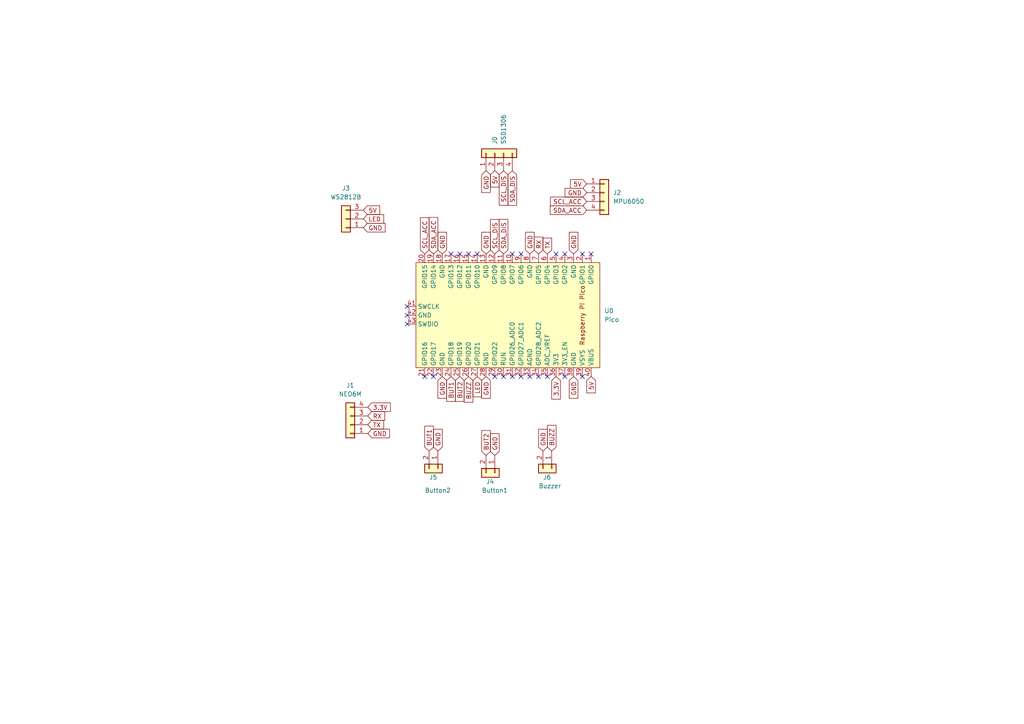
<source format=kicad_sch>
(kicad_sch (version 20211123) (generator eeschema)

  (uuid 2df5e3a8-3f37-4c43-9a8b-ec3aab757306)

  (paper "A4")

  (lib_symbols
    (symbol "Connector_Generic:Conn_01x02" (pin_names (offset 1.016) hide) (in_bom yes) (on_board yes)
      (property "Reference" "J" (id 0) (at 0 2.54 0)
        (effects (font (size 1.27 1.27)))
      )
      (property "Value" "Conn_01x02" (id 1) (at 0 -5.08 0)
        (effects (font (size 1.27 1.27)))
      )
      (property "Footprint" "" (id 2) (at 0 0 0)
        (effects (font (size 1.27 1.27)) hide)
      )
      (property "Datasheet" "~" (id 3) (at 0 0 0)
        (effects (font (size 1.27 1.27)) hide)
      )
      (property "ki_keywords" "connector" (id 4) (at 0 0 0)
        (effects (font (size 1.27 1.27)) hide)
      )
      (property "ki_description" "Generic connector, single row, 01x02, script generated (kicad-library-utils/schlib/autogen/connector/)" (id 5) (at 0 0 0)
        (effects (font (size 1.27 1.27)) hide)
      )
      (property "ki_fp_filters" "Connector*:*_1x??_*" (id 6) (at 0 0 0)
        (effects (font (size 1.27 1.27)) hide)
      )
      (symbol "Conn_01x02_1_1"
        (rectangle (start -1.27 -2.413) (end 0 -2.667)
          (stroke (width 0.1524) (type default) (color 0 0 0 0))
          (fill (type none))
        )
        (rectangle (start -1.27 0.127) (end 0 -0.127)
          (stroke (width 0.1524) (type default) (color 0 0 0 0))
          (fill (type none))
        )
        (rectangle (start -1.27 1.27) (end 1.27 -3.81)
          (stroke (width 0.254) (type default) (color 0 0 0 0))
          (fill (type background))
        )
        (pin passive line (at -5.08 0 0) (length 3.81)
          (name "Pin_1" (effects (font (size 1.27 1.27))))
          (number "1" (effects (font (size 1.27 1.27))))
        )
        (pin passive line (at -5.08 -2.54 0) (length 3.81)
          (name "Pin_2" (effects (font (size 1.27 1.27))))
          (number "2" (effects (font (size 1.27 1.27))))
        )
      )
    )
    (symbol "Connector_Generic:Conn_01x03" (pin_names (offset 1.016) hide) (in_bom yes) (on_board yes)
      (property "Reference" "J" (id 0) (at 0 5.08 0)
        (effects (font (size 1.27 1.27)))
      )
      (property "Value" "Conn_01x03" (id 1) (at 0 -5.08 0)
        (effects (font (size 1.27 1.27)))
      )
      (property "Footprint" "" (id 2) (at 0 0 0)
        (effects (font (size 1.27 1.27)) hide)
      )
      (property "Datasheet" "~" (id 3) (at 0 0 0)
        (effects (font (size 1.27 1.27)) hide)
      )
      (property "ki_keywords" "connector" (id 4) (at 0 0 0)
        (effects (font (size 1.27 1.27)) hide)
      )
      (property "ki_description" "Generic connector, single row, 01x03, script generated (kicad-library-utils/schlib/autogen/connector/)" (id 5) (at 0 0 0)
        (effects (font (size 1.27 1.27)) hide)
      )
      (property "ki_fp_filters" "Connector*:*_1x??_*" (id 6) (at 0 0 0)
        (effects (font (size 1.27 1.27)) hide)
      )
      (symbol "Conn_01x03_1_1"
        (rectangle (start -1.27 -2.413) (end 0 -2.667)
          (stroke (width 0.1524) (type default) (color 0 0 0 0))
          (fill (type none))
        )
        (rectangle (start -1.27 0.127) (end 0 -0.127)
          (stroke (width 0.1524) (type default) (color 0 0 0 0))
          (fill (type none))
        )
        (rectangle (start -1.27 2.667) (end 0 2.413)
          (stroke (width 0.1524) (type default) (color 0 0 0 0))
          (fill (type none))
        )
        (rectangle (start -1.27 3.81) (end 1.27 -3.81)
          (stroke (width 0.254) (type default) (color 0 0 0 0))
          (fill (type background))
        )
        (pin passive line (at -5.08 2.54 0) (length 3.81)
          (name "Pin_1" (effects (font (size 1.27 1.27))))
          (number "1" (effects (font (size 1.27 1.27))))
        )
        (pin passive line (at -5.08 0 0) (length 3.81)
          (name "Pin_2" (effects (font (size 1.27 1.27))))
          (number "2" (effects (font (size 1.27 1.27))))
        )
        (pin passive line (at -5.08 -2.54 0) (length 3.81)
          (name "Pin_3" (effects (font (size 1.27 1.27))))
          (number "3" (effects (font (size 1.27 1.27))))
        )
      )
    )
    (symbol "Connector_Generic:Conn_01x04" (pin_names (offset 1.016) hide) (in_bom yes) (on_board yes)
      (property "Reference" "J" (id 0) (at 0 5.08 0)
        (effects (font (size 1.27 1.27)))
      )
      (property "Value" "Conn_01x04" (id 1) (at 0 -7.62 0)
        (effects (font (size 1.27 1.27)))
      )
      (property "Footprint" "" (id 2) (at 0 0 0)
        (effects (font (size 1.27 1.27)) hide)
      )
      (property "Datasheet" "~" (id 3) (at 0 0 0)
        (effects (font (size 1.27 1.27)) hide)
      )
      (property "ki_keywords" "connector" (id 4) (at 0 0 0)
        (effects (font (size 1.27 1.27)) hide)
      )
      (property "ki_description" "Generic connector, single row, 01x04, script generated (kicad-library-utils/schlib/autogen/connector/)" (id 5) (at 0 0 0)
        (effects (font (size 1.27 1.27)) hide)
      )
      (property "ki_fp_filters" "Connector*:*_1x??_*" (id 6) (at 0 0 0)
        (effects (font (size 1.27 1.27)) hide)
      )
      (symbol "Conn_01x04_1_1"
        (rectangle (start -1.27 -4.953) (end 0 -5.207)
          (stroke (width 0.1524) (type default) (color 0 0 0 0))
          (fill (type none))
        )
        (rectangle (start -1.27 -2.413) (end 0 -2.667)
          (stroke (width 0.1524) (type default) (color 0 0 0 0))
          (fill (type none))
        )
        (rectangle (start -1.27 0.127) (end 0 -0.127)
          (stroke (width 0.1524) (type default) (color 0 0 0 0))
          (fill (type none))
        )
        (rectangle (start -1.27 2.667) (end 0 2.413)
          (stroke (width 0.1524) (type default) (color 0 0 0 0))
          (fill (type none))
        )
        (rectangle (start -1.27 3.81) (end 1.27 -6.35)
          (stroke (width 0.254) (type default) (color 0 0 0 0))
          (fill (type background))
        )
        (pin passive line (at -5.08 2.54 0) (length 3.81)
          (name "Pin_1" (effects (font (size 1.27 1.27))))
          (number "1" (effects (font (size 1.27 1.27))))
        )
        (pin passive line (at -5.08 0 0) (length 3.81)
          (name "Pin_2" (effects (font (size 1.27 1.27))))
          (number "2" (effects (font (size 1.27 1.27))))
        )
        (pin passive line (at -5.08 -2.54 0) (length 3.81)
          (name "Pin_3" (effects (font (size 1.27 1.27))))
          (number "3" (effects (font (size 1.27 1.27))))
        )
        (pin passive line (at -5.08 -5.08 0) (length 3.81)
          (name "Pin_4" (effects (font (size 1.27 1.27))))
          (number "4" (effects (font (size 1.27 1.27))))
        )
      )
    )
    (symbol "MCU_RaspberryPi_and_Boards:Pico" (in_bom yes) (on_board yes)
      (property "Reference" "U" (id 0) (at -13.97 27.94 0)
        (effects (font (size 1.27 1.27)))
      )
      (property "Value" "Pico" (id 1) (at 0 19.05 0)
        (effects (font (size 1.27 1.27)))
      )
      (property "Footprint" "RPi_Pico:RPi_Pico_SMD_TH" (id 2) (at 0 0 90)
        (effects (font (size 1.27 1.27)) hide)
      )
      (property "Datasheet" "" (id 3) (at 0 0 0)
        (effects (font (size 1.27 1.27)) hide)
      )
      (symbol "Pico_0_0"
        (text "Raspberry Pi Pico" (at 0 21.59 0)
          (effects (font (size 1.27 1.27)))
        )
      )
      (symbol "Pico_0_1"
        (rectangle (start -15.24 26.67) (end 15.24 -26.67)
          (stroke (width 0) (type default) (color 0 0 0 0))
          (fill (type background))
        )
      )
      (symbol "Pico_1_1"
        (pin bidirectional line (at -17.78 24.13 0) (length 2.54)
          (name "GPIO0" (effects (font (size 1.27 1.27))))
          (number "1" (effects (font (size 1.27 1.27))))
        )
        (pin bidirectional line (at -17.78 1.27 0) (length 2.54)
          (name "GPIO7" (effects (font (size 1.27 1.27))))
          (number "10" (effects (font (size 1.27 1.27))))
        )
        (pin bidirectional line (at -17.78 -1.27 0) (length 2.54)
          (name "GPIO8" (effects (font (size 1.27 1.27))))
          (number "11" (effects (font (size 1.27 1.27))))
        )
        (pin bidirectional line (at -17.78 -3.81 0) (length 2.54)
          (name "GPIO9" (effects (font (size 1.27 1.27))))
          (number "12" (effects (font (size 1.27 1.27))))
        )
        (pin power_in line (at -17.78 -6.35 0) (length 2.54)
          (name "GND" (effects (font (size 1.27 1.27))))
          (number "13" (effects (font (size 1.27 1.27))))
        )
        (pin bidirectional line (at -17.78 -8.89 0) (length 2.54)
          (name "GPIO10" (effects (font (size 1.27 1.27))))
          (number "14" (effects (font (size 1.27 1.27))))
        )
        (pin bidirectional line (at -17.78 -11.43 0) (length 2.54)
          (name "GPIO11" (effects (font (size 1.27 1.27))))
          (number "15" (effects (font (size 1.27 1.27))))
        )
        (pin bidirectional line (at -17.78 -13.97 0) (length 2.54)
          (name "GPIO12" (effects (font (size 1.27 1.27))))
          (number "16" (effects (font (size 1.27 1.27))))
        )
        (pin bidirectional line (at -17.78 -16.51 0) (length 2.54)
          (name "GPIO13" (effects (font (size 1.27 1.27))))
          (number "17" (effects (font (size 1.27 1.27))))
        )
        (pin power_in line (at -17.78 -19.05 0) (length 2.54)
          (name "GND" (effects (font (size 1.27 1.27))))
          (number "18" (effects (font (size 1.27 1.27))))
        )
        (pin bidirectional line (at -17.78 -21.59 0) (length 2.54)
          (name "GPIO14" (effects (font (size 1.27 1.27))))
          (number "19" (effects (font (size 1.27 1.27))))
        )
        (pin bidirectional line (at -17.78 21.59 0) (length 2.54)
          (name "GPIO1" (effects (font (size 1.27 1.27))))
          (number "2" (effects (font (size 1.27 1.27))))
        )
        (pin bidirectional line (at -17.78 -24.13 0) (length 2.54)
          (name "GPIO15" (effects (font (size 1.27 1.27))))
          (number "20" (effects (font (size 1.27 1.27))))
        )
        (pin bidirectional line (at 17.78 -24.13 180) (length 2.54)
          (name "GPIO16" (effects (font (size 1.27 1.27))))
          (number "21" (effects (font (size 1.27 1.27))))
        )
        (pin bidirectional line (at 17.78 -21.59 180) (length 2.54)
          (name "GPIO17" (effects (font (size 1.27 1.27))))
          (number "22" (effects (font (size 1.27 1.27))))
        )
        (pin power_in line (at 17.78 -19.05 180) (length 2.54)
          (name "GND" (effects (font (size 1.27 1.27))))
          (number "23" (effects (font (size 1.27 1.27))))
        )
        (pin bidirectional line (at 17.78 -16.51 180) (length 2.54)
          (name "GPIO18" (effects (font (size 1.27 1.27))))
          (number "24" (effects (font (size 1.27 1.27))))
        )
        (pin bidirectional line (at 17.78 -13.97 180) (length 2.54)
          (name "GPIO19" (effects (font (size 1.27 1.27))))
          (number "25" (effects (font (size 1.27 1.27))))
        )
        (pin bidirectional line (at 17.78 -11.43 180) (length 2.54)
          (name "GPIO20" (effects (font (size 1.27 1.27))))
          (number "26" (effects (font (size 1.27 1.27))))
        )
        (pin bidirectional line (at 17.78 -8.89 180) (length 2.54)
          (name "GPIO21" (effects (font (size 1.27 1.27))))
          (number "27" (effects (font (size 1.27 1.27))))
        )
        (pin power_in line (at 17.78 -6.35 180) (length 2.54)
          (name "GND" (effects (font (size 1.27 1.27))))
          (number "28" (effects (font (size 1.27 1.27))))
        )
        (pin bidirectional line (at 17.78 -3.81 180) (length 2.54)
          (name "GPIO22" (effects (font (size 1.27 1.27))))
          (number "29" (effects (font (size 1.27 1.27))))
        )
        (pin power_in line (at -17.78 19.05 0) (length 2.54)
          (name "GND" (effects (font (size 1.27 1.27))))
          (number "3" (effects (font (size 1.27 1.27))))
        )
        (pin input line (at 17.78 -1.27 180) (length 2.54)
          (name "RUN" (effects (font (size 1.27 1.27))))
          (number "30" (effects (font (size 1.27 1.27))))
        )
        (pin bidirectional line (at 17.78 1.27 180) (length 2.54)
          (name "GPIO26_ADC0" (effects (font (size 1.27 1.27))))
          (number "31" (effects (font (size 1.27 1.27))))
        )
        (pin bidirectional line (at 17.78 3.81 180) (length 2.54)
          (name "GPIO27_ADC1" (effects (font (size 1.27 1.27))))
          (number "32" (effects (font (size 1.27 1.27))))
        )
        (pin power_in line (at 17.78 6.35 180) (length 2.54)
          (name "AGND" (effects (font (size 1.27 1.27))))
          (number "33" (effects (font (size 1.27 1.27))))
        )
        (pin bidirectional line (at 17.78 8.89 180) (length 2.54)
          (name "GPIO28_ADC2" (effects (font (size 1.27 1.27))))
          (number "34" (effects (font (size 1.27 1.27))))
        )
        (pin power_in line (at 17.78 11.43 180) (length 2.54)
          (name "ADC_VREF" (effects (font (size 1.27 1.27))))
          (number "35" (effects (font (size 1.27 1.27))))
        )
        (pin power_in line (at 17.78 13.97 180) (length 2.54)
          (name "3V3" (effects (font (size 1.27 1.27))))
          (number "36" (effects (font (size 1.27 1.27))))
        )
        (pin input line (at 17.78 16.51 180) (length 2.54)
          (name "3V3_EN" (effects (font (size 1.27 1.27))))
          (number "37" (effects (font (size 1.27 1.27))))
        )
        (pin bidirectional line (at 17.78 19.05 180) (length 2.54)
          (name "GND" (effects (font (size 1.27 1.27))))
          (number "38" (effects (font (size 1.27 1.27))))
        )
        (pin power_in line (at 17.78 21.59 180) (length 2.54)
          (name "VSYS" (effects (font (size 1.27 1.27))))
          (number "39" (effects (font (size 1.27 1.27))))
        )
        (pin bidirectional line (at -17.78 16.51 0) (length 2.54)
          (name "GPIO2" (effects (font (size 1.27 1.27))))
          (number "4" (effects (font (size 1.27 1.27))))
        )
        (pin power_in line (at 17.78 24.13 180) (length 2.54)
          (name "VBUS" (effects (font (size 1.27 1.27))))
          (number "40" (effects (font (size 1.27 1.27))))
        )
        (pin input line (at -2.54 -29.21 90) (length 2.54)
          (name "SWCLK" (effects (font (size 1.27 1.27))))
          (number "41" (effects (font (size 1.27 1.27))))
        )
        (pin power_in line (at 0 -29.21 90) (length 2.54)
          (name "GND" (effects (font (size 1.27 1.27))))
          (number "42" (effects (font (size 1.27 1.27))))
        )
        (pin bidirectional line (at 2.54 -29.21 90) (length 2.54)
          (name "SWDIO" (effects (font (size 1.27 1.27))))
          (number "43" (effects (font (size 1.27 1.27))))
        )
        (pin bidirectional line (at -17.78 13.97 0) (length 2.54)
          (name "GPIO3" (effects (font (size 1.27 1.27))))
          (number "5" (effects (font (size 1.27 1.27))))
        )
        (pin bidirectional line (at -17.78 11.43 0) (length 2.54)
          (name "GPIO4" (effects (font (size 1.27 1.27))))
          (number "6" (effects (font (size 1.27 1.27))))
        )
        (pin bidirectional line (at -17.78 8.89 0) (length 2.54)
          (name "GPIO5" (effects (font (size 1.27 1.27))))
          (number "7" (effects (font (size 1.27 1.27))))
        )
        (pin power_in line (at -17.78 6.35 0) (length 2.54)
          (name "GND" (effects (font (size 1.27 1.27))))
          (number "8" (effects (font (size 1.27 1.27))))
        )
        (pin bidirectional line (at -17.78 3.81 0) (length 2.54)
          (name "GPIO6" (effects (font (size 1.27 1.27))))
          (number "9" (effects (font (size 1.27 1.27))))
        )
      )
    )
  )



  (no_connect (at 138.43 73.66) (uuid 1d190d12-1147-4554-a583-d9f408185b53))
  (no_connect (at 156.21 109.22) (uuid 1dfd635f-d557-4896-9742-0c217073a94a))
  (no_connect (at 130.81 73.66) (uuid 24ef9f25-564e-468b-908a-6a3197d3e287))
  (no_connect (at 158.75 109.22) (uuid 275b03c5-bd45-4078-a831-8c055a8f33fb))
  (no_connect (at 146.05 109.22) (uuid 36ab1e0a-45e8-438e-a0ad-bcf9e6cce5b7))
  (no_connect (at 133.35 73.66) (uuid 3c5cb6b2-7b61-44c4-ae12-cbb4de6174da))
  (no_connect (at 118.11 88.9) (uuid 3f836cb1-3100-4267-9039-ea07b8f12d50))
  (no_connect (at 163.83 109.22) (uuid 4ed23711-2e59-4e47-8c71-8619b49b4e62))
  (no_connect (at 153.67 109.22) (uuid 5abd7dce-f36b-4b1b-92d7-8f039ca76ef0))
  (no_connect (at 151.13 109.22) (uuid 5f2b6c9a-0aff-4be9-9884-5bd5cdbbe966))
  (no_connect (at 118.11 93.98) (uuid 632cbea9-eddb-46eb-abc6-851c000c3a9e))
  (no_connect (at 135.89 73.66) (uuid 75597775-a451-483f-8456-945883adb842))
  (no_connect (at 118.11 91.44) (uuid 78dbf29e-bb33-422c-af2b-f85b73b428c2))
  (no_connect (at 148.59 73.66) (uuid 7a70081c-8cc5-46d1-ab52-23c02335724d))
  (no_connect (at 125.73 109.22) (uuid 89a9884e-2101-4fcd-81dd-2d479565c75e))
  (no_connect (at 161.29 73.66) (uuid 9808ae7d-2172-49aa-881b-14a0ad356c96))
  (no_connect (at 168.91 109.22) (uuid a55c912e-52b7-4cc1-b670-89fdef3d204a))
  (no_connect (at 143.51 109.22) (uuid a7b757fb-45be-4d23-aaa9-eec095393716))
  (no_connect (at 148.59 109.22) (uuid b9fa5360-875f-4991-847f-1f50313236a2))
  (no_connect (at 171.45 73.66) (uuid caab385c-8e48-4a2c-a34f-1a4ee42ba87a))
  (no_connect (at 168.91 73.66) (uuid d0b3df39-4585-4b3b-b96a-4241086f67d7))
  (no_connect (at 123.19 109.22) (uuid dc992d28-b957-4a61-9476-657226c979ac))
  (no_connect (at 151.13 73.66) (uuid f31e7115-0e0e-4530-af7a-8498bd6ceccd))
  (no_connect (at 163.83 73.66) (uuid f9a9bfb5-be3e-40b8-96ed-cd1941849455))

  (global_label "GND" (shape input) (at 143.51 132.08 90) (fields_autoplaced)
    (effects (font (size 1.27 1.27)) (justify left))
    (uuid 01860a7e-778f-4c13-9fc4-1f0ec30cafea)
    (property "Intersheet References" "${INTERSHEET_REFS}" (id 0) (at 143.5894 125.7964 90)
      (effects (font (size 1.27 1.27)) (justify left) hide)
    )
  )
  (global_label "GND" (shape input) (at 170.18 55.88 180) (fields_autoplaced)
    (effects (font (size 1.27 1.27)) (justify right))
    (uuid 067313da-29ec-4c0a-96a9-c9a5147b540a)
    (property "Intersheet References" "${INTERSHEET_REFS}" (id 0) (at 163.8964 55.8006 0)
      (effects (font (size 1.27 1.27)) (justify right) hide)
    )
  )
  (global_label "GND" (shape input) (at 140.97 73.66 90) (fields_autoplaced)
    (effects (font (size 1.27 1.27)) (justify left))
    (uuid 07d7303d-7591-427b-aee1-0922d1c61fc7)
    (property "Intersheet References" "${INTERSHEET_REFS}" (id 0) (at 141.0494 67.3764 90)
      (effects (font (size 1.27 1.27)) (justify left) hide)
    )
  )
  (global_label "GND" (shape input) (at 128.27 73.66 90) (fields_autoplaced)
    (effects (font (size 1.27 1.27)) (justify left))
    (uuid 0884cfaf-1a57-4d34-964b-491d6023af43)
    (property "Intersheet References" "${INTERSHEET_REFS}" (id 0) (at 128.3494 67.3764 90)
      (effects (font (size 1.27 1.27)) (justify left) hide)
    )
  )
  (global_label "GND" (shape input) (at 105.41 66.04 0) (fields_autoplaced)
    (effects (font (size 1.27 1.27)) (justify left))
    (uuid 15f461e0-180a-4783-a5cf-671e4ac5bab7)
    (property "Intersheet References" "${INTERSHEET_REFS}" (id 0) (at 111.6936 66.1194 0)
      (effects (font (size 1.27 1.27)) (justify left) hide)
    )
  )
  (global_label "5V" (shape input) (at 105.41 60.96 0) (fields_autoplaced)
    (effects (font (size 1.27 1.27)) (justify left))
    (uuid 3c0b06a3-0167-4c69-b3a9-09be60d0b63c)
    (property "Intersheet References" "${INTERSHEET_REFS}" (id 0) (at 110.1212 60.8806 0)
      (effects (font (size 1.27 1.27)) (justify left) hide)
    )
  )
  (global_label "RX" (shape input) (at 106.68 120.65 0) (fields_autoplaced)
    (effects (font (size 1.27 1.27)) (justify left))
    (uuid 3ff56c4a-4961-42df-9ebf-3c510daf9983)
    (property "Intersheet References" "${INTERSHEET_REFS}" (id 0) (at 111.5726 120.5706 0)
      (effects (font (size 1.27 1.27)) (justify left) hide)
    )
  )
  (global_label "SDA_DIS" (shape input) (at 148.59 49.53 270) (fields_autoplaced)
    (effects (font (size 1.27 1.27)) (justify right))
    (uuid 46ca3438-26b3-41ab-9bfa-330eae9c1757)
    (property "Intersheet References" "${INTERSHEET_REFS}" (id 0) (at 148.6694 59.5631 90)
      (effects (font (size 1.27 1.27)) (justify right) hide)
    )
  )
  (global_label "GND" (shape input) (at 127 130.81 90) (fields_autoplaced)
    (effects (font (size 1.27 1.27)) (justify left))
    (uuid 4a1f58df-a4b0-4bb6-86e3-34f40f0f2ed5)
    (property "Intersheet References" "${INTERSHEET_REFS}" (id 0) (at 127.0794 124.5264 90)
      (effects (font (size 1.27 1.27)) (justify left) hide)
    )
  )
  (global_label "GND" (shape input) (at 140.97 109.22 270) (fields_autoplaced)
    (effects (font (size 1.27 1.27)) (justify right))
    (uuid 4fa8c838-7dd1-403b-8a25-df509f01d1ca)
    (property "Intersheet References" "${INTERSHEET_REFS}" (id 0) (at 140.8906 115.5036 90)
      (effects (font (size 1.27 1.27)) (justify right) hide)
    )
  )
  (global_label "TX" (shape input) (at 158.75 73.66 90) (fields_autoplaced)
    (effects (font (size 1.27 1.27)) (justify left))
    (uuid 570e3daf-7aac-49e2-92b5-851a0307a29a)
    (property "Intersheet References" "${INTERSHEET_REFS}" (id 0) (at 158.6706 69.0698 90)
      (effects (font (size 1.27 1.27)) (justify left) hide)
    )
  )
  (global_label "5V" (shape input) (at 171.45 109.22 270) (fields_autoplaced)
    (effects (font (size 1.27 1.27)) (justify right))
    (uuid 5c68ced0-5ab0-4f11-8f92-6fe61c4ae1b4)
    (property "Intersheet References" "${INTERSHEET_REFS}" (id 0) (at 171.5294 113.9312 90)
      (effects (font (size 1.27 1.27)) (justify right) hide)
    )
  )
  (global_label "GND" (shape input) (at 157.48 130.81 90) (fields_autoplaced)
    (effects (font (size 1.27 1.27)) (justify left))
    (uuid 5ccc7e33-c6aa-4963-b5f3-9885b6463047)
    (property "Intersheet References" "${INTERSHEET_REFS}" (id 0) (at 157.5594 124.5264 90)
      (effects (font (size 1.27 1.27)) (justify left) hide)
    )
  )
  (global_label "RX" (shape input) (at 156.21 73.66 90) (fields_autoplaced)
    (effects (font (size 1.27 1.27)) (justify left))
    (uuid 5dfab0d8-5175-47d2-a60f-de8c72af5ecb)
    (property "Intersheet References" "${INTERSHEET_REFS}" (id 0) (at 156.1306 68.7674 90)
      (effects (font (size 1.27 1.27)) (justify left) hide)
    )
  )
  (global_label "TX" (shape input) (at 106.68 123.19 0) (fields_autoplaced)
    (effects (font (size 1.27 1.27)) (justify left))
    (uuid 64904793-d60c-45f4-9d66-fee18a635cf0)
    (property "Intersheet References" "${INTERSHEET_REFS}" (id 0) (at 111.2702 123.1106 0)
      (effects (font (size 1.27 1.27)) (justify left) hide)
    )
  )
  (global_label "BUT2" (shape input) (at 140.97 132.08 90) (fields_autoplaced)
    (effects (font (size 1.27 1.27)) (justify left))
    (uuid 661b4d38-50be-498a-a0d8-e2e782a5bb78)
    (property "Intersheet References" "${INTERSHEET_REFS}" (id 0) (at 140.8906 124.8893 90)
      (effects (font (size 1.27 1.27)) (justify left) hide)
    )
  )
  (global_label "GND" (shape input) (at 128.27 109.22 270) (fields_autoplaced)
    (effects (font (size 1.27 1.27)) (justify right))
    (uuid 6a0227f0-f4e8-4d80-8785-2eb7a6eaa08f)
    (property "Intersheet References" "${INTERSHEET_REFS}" (id 0) (at 128.1906 115.5036 90)
      (effects (font (size 1.27 1.27)) (justify right) hide)
    )
  )
  (global_label "GND" (shape input) (at 166.37 109.22 270) (fields_autoplaced)
    (effects (font (size 1.27 1.27)) (justify right))
    (uuid 71ef3f2d-918a-4184-b097-6b44a102e395)
    (property "Intersheet References" "${INTERSHEET_REFS}" (id 0) (at 166.2906 115.5036 90)
      (effects (font (size 1.27 1.27)) (justify right) hide)
    )
  )
  (global_label "BUT1" (shape input) (at 130.81 109.22 270) (fields_autoplaced)
    (effects (font (size 1.27 1.27)) (justify right))
    (uuid 7517236f-e032-406c-b4eb-1d09c91ab922)
    (property "Intersheet References" "${INTERSHEET_REFS}" (id 0) (at 130.8894 116.4107 90)
      (effects (font (size 1.27 1.27)) (justify right) hide)
    )
  )
  (global_label "SCL_ACC" (shape input) (at 123.19 73.66 90) (fields_autoplaced)
    (effects (font (size 1.27 1.27)) (justify left))
    (uuid 7acfd270-2cc2-488b-b56e-7a611e5d0dc6)
    (property "Intersheet References" "${INTERSHEET_REFS}" (id 0) (at 123.2694 63.1431 90)
      (effects (font (size 1.27 1.27)) (justify left) hide)
    )
  )
  (global_label "5V" (shape input) (at 143.51 49.53 270) (fields_autoplaced)
    (effects (font (size 1.27 1.27)) (justify right))
    (uuid 7bcb0b88-906b-47dc-bfb5-6b0349c05307)
    (property "Intersheet References" "${INTERSHEET_REFS}" (id 0) (at 143.5894 54.2412 90)
      (effects (font (size 1.27 1.27)) (justify right) hide)
    )
  )
  (global_label "SCL_ACC" (shape input) (at 170.18 58.42 180) (fields_autoplaced)
    (effects (font (size 1.27 1.27)) (justify right))
    (uuid 7ce41996-4b4f-41bd-8413-089c48514998)
    (property "Intersheet References" "${INTERSHEET_REFS}" (id 0) (at 159.6631 58.3406 0)
      (effects (font (size 1.27 1.27)) (justify right) hide)
    )
  )
  (global_label "SDA_ACC" (shape input) (at 125.73 73.66 90) (fields_autoplaced)
    (effects (font (size 1.27 1.27)) (justify left))
    (uuid 7f22147c-9f46-404b-9b25-cc5d17654244)
    (property "Intersheet References" "${INTERSHEET_REFS}" (id 0) (at 125.8094 63.0826 90)
      (effects (font (size 1.27 1.27)) (justify left) hide)
    )
  )
  (global_label "LED" (shape input) (at 105.41 63.5 0) (fields_autoplaced)
    (effects (font (size 1.27 1.27)) (justify left))
    (uuid 7fbf61d3-afcf-4ab8-a6a1-4cb18d9ca072)
    (property "Intersheet References" "${INTERSHEET_REFS}" (id 0) (at 111.2702 63.4206 0)
      (effects (font (size 1.27 1.27)) (justify left) hide)
    )
  )
  (global_label "BUZZ" (shape input) (at 135.89 109.22 270) (fields_autoplaced)
    (effects (font (size 1.27 1.27)) (justify right))
    (uuid 80a2d28e-370b-46d2-8366-be620b594d33)
    (property "Intersheet References" "${INTERSHEET_REFS}" (id 0) (at 135.9694 116.6526 90)
      (effects (font (size 1.27 1.27)) (justify right) hide)
    )
  )
  (global_label "SCL_DIS" (shape input) (at 143.51 73.66 90) (fields_autoplaced)
    (effects (font (size 1.27 1.27)) (justify left))
    (uuid 88e0e9ba-c0f0-45bd-8bf6-a9844180b1df)
    (property "Intersheet References" "${INTERSHEET_REFS}" (id 0) (at 143.5894 63.6874 90)
      (effects (font (size 1.27 1.27)) (justify left) hide)
    )
  )
  (global_label "GND" (shape input) (at 153.67 73.66 90) (fields_autoplaced)
    (effects (font (size 1.27 1.27)) (justify left))
    (uuid 97568249-b0a5-4794-991b-10ed8165b3dc)
    (property "Intersheet References" "${INTERSHEET_REFS}" (id 0) (at 153.7494 67.3764 90)
      (effects (font (size 1.27 1.27)) (justify left) hide)
    )
  )
  (global_label "BUT2" (shape input) (at 133.35 109.22 270) (fields_autoplaced)
    (effects (font (size 1.27 1.27)) (justify right))
    (uuid a28fbd60-9a92-43d5-96e4-b69dc4c79996)
    (property "Intersheet References" "${INTERSHEET_REFS}" (id 0) (at 133.4294 116.4107 90)
      (effects (font (size 1.27 1.27)) (justify right) hide)
    )
  )
  (global_label "GND" (shape input) (at 166.37 73.66 90) (fields_autoplaced)
    (effects (font (size 1.27 1.27)) (justify left))
    (uuid ab6ff137-5254-43fe-820c-b01aa6d44080)
    (property "Intersheet References" "${INTERSHEET_REFS}" (id 0) (at 166.4494 67.3764 90)
      (effects (font (size 1.27 1.27)) (justify left) hide)
    )
  )
  (global_label "SDA_DIS" (shape input) (at 146.05 73.66 90) (fields_autoplaced)
    (effects (font (size 1.27 1.27)) (justify left))
    (uuid b1c9f2d6-5923-413b-9d68-483867cff974)
    (property "Intersheet References" "${INTERSHEET_REFS}" (id 0) (at 145.9706 63.6269 90)
      (effects (font (size 1.27 1.27)) (justify left) hide)
    )
  )
  (global_label "SCL_DIS" (shape input) (at 146.05 49.53 270) (fields_autoplaced)
    (effects (font (size 1.27 1.27)) (justify right))
    (uuid b6e2f7e7-e5f0-42c8-a76c-c8f74046407b)
    (property "Intersheet References" "${INTERSHEET_REFS}" (id 0) (at 145.9706 59.5026 90)
      (effects (font (size 1.27 1.27)) (justify right) hide)
    )
  )
  (global_label "GND" (shape input) (at 106.68 125.73 0) (fields_autoplaced)
    (effects (font (size 1.27 1.27)) (justify left))
    (uuid c2098e7e-b4b2-41c2-9c51-994bac6db238)
    (property "Intersheet References" "${INTERSHEET_REFS}" (id 0) (at 112.9636 125.8094 0)
      (effects (font (size 1.27 1.27)) (justify left) hide)
    )
  )
  (global_label "GND" (shape input) (at 140.97 49.53 270) (fields_autoplaced)
    (effects (font (size 1.27 1.27)) (justify right))
    (uuid ceddd755-107f-4583-903a-99a36e6fd462)
    (property "Intersheet References" "${INTERSHEET_REFS}" (id 0) (at 140.8906 55.8136 90)
      (effects (font (size 1.27 1.27)) (justify right) hide)
    )
  )
  (global_label "5V" (shape input) (at 170.18 53.34 180) (fields_autoplaced)
    (effects (font (size 1.27 1.27)) (justify right))
    (uuid db39a9d6-fde0-4005-be22-664575c5390d)
    (property "Intersheet References" "${INTERSHEET_REFS}" (id 0) (at 165.4688 53.4194 0)
      (effects (font (size 1.27 1.27)) (justify right) hide)
    )
  )
  (global_label "BUZZ" (shape input) (at 160.02 130.81 90) (fields_autoplaced)
    (effects (font (size 1.27 1.27)) (justify left))
    (uuid dfbb654d-a467-468a-b203-78dea4116fc0)
    (property "Intersheet References" "${INTERSHEET_REFS}" (id 0) (at 159.9406 123.3774 90)
      (effects (font (size 1.27 1.27)) (justify left) hide)
    )
  )
  (global_label "LED" (shape input) (at 138.43 109.22 270) (fields_autoplaced)
    (effects (font (size 1.27 1.27)) (justify right))
    (uuid e102d551-90e8-49f2-85f2-b0a95c4ce644)
    (property "Intersheet References" "${INTERSHEET_REFS}" (id 0) (at 138.5094 115.0802 90)
      (effects (font (size 1.27 1.27)) (justify right) hide)
    )
  )
  (global_label "BUT1" (shape input) (at 124.46 130.81 90) (fields_autoplaced)
    (effects (font (size 1.27 1.27)) (justify left))
    (uuid e4a3a3f3-2648-459b-b200-57a41072c901)
    (property "Intersheet References" "${INTERSHEET_REFS}" (id 0) (at 124.3806 123.6193 90)
      (effects (font (size 1.27 1.27)) (justify left) hide)
    )
  )
  (global_label "SDA_ACC" (shape input) (at 170.18 60.96 180) (fields_autoplaced)
    (effects (font (size 1.27 1.27)) (justify right))
    (uuid e913c0dd-67bb-4563-99de-1b559843b494)
    (property "Intersheet References" "${INTERSHEET_REFS}" (id 0) (at 159.6026 60.8806 0)
      (effects (font (size 1.27 1.27)) (justify right) hide)
    )
  )
  (global_label "3.3V" (shape input) (at 106.68 118.11 0) (fields_autoplaced)
    (effects (font (size 1.27 1.27)) (justify left))
    (uuid ea691b67-4fd7-4e53-b746-6b3534a12c1f)
    (property "Intersheet References" "${INTERSHEET_REFS}" (id 0) (at 113.2055 118.1894 0)
      (effects (font (size 1.27 1.27)) (justify left) hide)
    )
  )
  (global_label "3.3V" (shape input) (at 161.29 109.22 270) (fields_autoplaced)
    (effects (font (size 1.27 1.27)) (justify right))
    (uuid feddbaa2-bfe8-4408-9b3f-61a228ecb281)
    (property "Intersheet References" "${INTERSHEET_REFS}" (id 0) (at 161.2106 115.7455 90)
      (effects (font (size 1.27 1.27)) (justify right) hide)
    )
  )

  (symbol (lib_id "Connector_Generic:Conn_01x03") (at 100.33 63.5 180) (unit 1)
    (in_bom yes) (on_board yes) (fields_autoplaced)
    (uuid 389e09e6-ec8c-4e67-ba0e-6fc0e941e64a)
    (property "Reference" "J3" (id 0) (at 100.33 54.61 0))
    (property "Value" "WS2812B" (id 1) (at 100.33 57.15 0))
    (property "Footprint" "Connector_PinHeader_2.54mm:PinHeader_1x03_P2.54mm_Vertical" (id 2) (at 100.33 63.5 0)
      (effects (font (size 1.27 1.27)) hide)
    )
    (property "Datasheet" "~" (id 3) (at 100.33 63.5 0)
      (effects (font (size 1.27 1.27)) hide)
    )
    (pin "1" (uuid 767f2e9b-2bb4-4e34-aab0-337ad7af7dc9))
    (pin "2" (uuid f7c6abce-8052-4a80-9243-5cf793bbc773))
    (pin "3" (uuid 60d5c8f5-dbe1-4787-8d23-239c0b0f2e2f))
  )

  (symbol (lib_id "Connector_Generic:Conn_01x02") (at 143.51 137.16 270) (unit 1)
    (in_bom yes) (on_board yes)
    (uuid 48efe86f-1cbc-4530-aac8-c5cc7a6558e7)
    (property "Reference" "J4" (id 0) (at 140.97 139.7 90)
      (effects (font (size 1.27 1.27)) (justify left))
    )
    (property "Value" "Button1" (id 1) (at 139.7 142.24 90)
      (effects (font (size 1.27 1.27)) (justify left))
    )
    (property "Footprint" "Button_Switch_THT:SW_PUSH-12mm" (id 2) (at 143.51 137.16 0)
      (effects (font (size 1.27 1.27)) hide)
    )
    (property "Datasheet" "~" (id 3) (at 143.51 137.16 0)
      (effects (font (size 1.27 1.27)) hide)
    )
    (pin "1" (uuid 5defe101-61eb-4512-af31-480465f34f5e))
    (pin "2" (uuid f504133f-95ee-4e00-a951-126a8aaf3c1e))
  )

  (symbol (lib_id "Connector_Generic:Conn_01x04") (at 175.26 55.88 0) (unit 1)
    (in_bom yes) (on_board yes) (fields_autoplaced)
    (uuid 53081500-b56a-4a0a-9501-e348eb1a1f01)
    (property "Reference" "J2" (id 0) (at 177.8 55.8799 0)
      (effects (font (size 1.27 1.27)) (justify left))
    )
    (property "Value" "MPU6050" (id 1) (at 177.8 58.4199 0)
      (effects (font (size 1.27 1.27)) (justify left))
    )
    (property "Footprint" "Connector_PinHeader_2.54mm:PinHeader_1x08_P2.54mm_Vertical" (id 2) (at 175.26 55.88 0)
      (effects (font (size 1.27 1.27)) hide)
    )
    (property "Datasheet" "~" (id 3) (at 175.26 55.88 0)
      (effects (font (size 1.27 1.27)) hide)
    )
    (pin "1" (uuid fd043c50-68fc-44dd-9460-14407282211b))
    (pin "2" (uuid c9d973d8-86a4-4470-a04e-6ae9167ede47))
    (pin "3" (uuid a2719927-83bc-44d6-9ec8-e16afcc132d3))
    (pin "4" (uuid 037ff4ad-3c40-4d44-9a37-ab9577027e54))
  )

  (symbol (lib_id "Connector_Generic:Conn_01x02") (at 127 135.89 270) (unit 1)
    (in_bom yes) (on_board yes)
    (uuid 663ac9e1-4c1f-4888-b20f-c6024d7c6c1a)
    (property "Reference" "J5" (id 0) (at 124.46 138.43 90)
      (effects (font (size 1.27 1.27)) (justify left))
    )
    (property "Value" "Button2" (id 1) (at 123.19 142.24 90)
      (effects (font (size 1.27 1.27)) (justify left))
    )
    (property "Footprint" "Button_Switch_THT:SW_PUSH-12mm" (id 2) (at 127 135.89 0)
      (effects (font (size 1.27 1.27)) hide)
    )
    (property "Datasheet" "~" (id 3) (at 127 135.89 0)
      (effects (font (size 1.27 1.27)) hide)
    )
    (pin "1" (uuid 68218ca4-b6ec-487f-bd6c-4fcc29a7098c))
    (pin "2" (uuid 4d9fa083-01af-4829-bfae-2323120b096c))
  )

  (symbol (lib_id "Connector_Generic:Conn_01x02") (at 160.02 135.89 270) (unit 1)
    (in_bom yes) (on_board yes)
    (uuid 9a941058-2df8-4200-8cf5-23e8ef12f9ff)
    (property "Reference" "J6" (id 0) (at 157.48 138.43 90)
      (effects (font (size 1.27 1.27)) (justify left))
    )
    (property "Value" "Buzzer" (id 1) (at 156.21 140.97 90)
      (effects (font (size 1.27 1.27)) (justify left))
    )
    (property "Footprint" "Buzzer_Beeper:Buzzer_12x9.5RM7.6" (id 2) (at 160.02 135.89 0)
      (effects (font (size 1.27 1.27)) hide)
    )
    (property "Datasheet" "~" (id 3) (at 160.02 135.89 0)
      (effects (font (size 1.27 1.27)) hide)
    )
    (pin "1" (uuid 4e08ff05-7577-4707-a2f2-457c0fec31b4))
    (pin "2" (uuid 79c5b4c2-358a-49e2-b767-2a90d71a537b))
  )

  (symbol (lib_id "Connector_Generic:Conn_01x04") (at 101.6 123.19 180) (unit 1)
    (in_bom yes) (on_board yes) (fields_autoplaced)
    (uuid d0e0d161-8110-4e71-84b3-8829455a878c)
    (property "Reference" "J1" (id 0) (at 101.6 111.76 0))
    (property "Value" "NEO6M" (id 1) (at 101.6 114.3 0))
    (property "Footprint" "Connector_PinHeader_2.54mm:PinHeader_1x04_P2.54mm_Vertical" (id 2) (at 101.6 123.19 0)
      (effects (font (size 1.27 1.27)) hide)
    )
    (property "Datasheet" "~" (id 3) (at 101.6 123.19 0)
      (effects (font (size 1.27 1.27)) hide)
    )
    (pin "1" (uuid a5c702ac-dffb-4249-805b-70c93c6ef687))
    (pin "2" (uuid dd091e0f-bd2f-4dc3-9601-40427875a4c7))
    (pin "3" (uuid bf691c0b-d841-41eb-8b23-73d2e0ce0b4c))
    (pin "4" (uuid 9efb42c2-b7ee-4b5c-8045-715e21bfe35f))
  )

  (symbol (lib_id "Connector_Generic:Conn_01x04") (at 143.51 44.45 90) (unit 1)
    (in_bom yes) (on_board yes)
    (uuid d9a99be5-431f-48c8-9da7-b52bb500ffd4)
    (property "Reference" "J0" (id 0) (at 143.5099 41.91 0)
      (effects (font (size 1.27 1.27)) (justify left))
    )
    (property "Value" "SSD1306" (id 1) (at 146.0499 41.91 0)
      (effects (font (size 1.27 1.27)) (justify left))
    )
    (property "Footprint" "Connector_PinHeader_2.54mm:PinHeader_1x04_P2.54mm_Vertical" (id 2) (at 130.81 17.78 0)
      (effects (font (size 1.27 1.27)) hide)
    )
    (property "Datasheet" "~" (id 3) (at 143.51 44.45 0)
      (effects (font (size 1.27 1.27)) hide)
    )
    (pin "1" (uuid 10ee50d8-ce80-4932-a16b-a3b1c18c29d3))
    (pin "2" (uuid 651aca9c-4d45-4d7f-9ff6-418a4644b145))
    (pin "3" (uuid 86791fc3-d3e0-468e-9a9a-bc630f5ca59f))
    (pin "4" (uuid 7c605847-edfd-4220-9b3c-7fabd2210de2))
  )

  (symbol (lib_id "MCU_RaspberryPi_and_Boards:Pico") (at 147.32 91.44 270) (unit 1)
    (in_bom yes) (on_board yes) (fields_autoplaced)
    (uuid f0bcb78f-934a-43b7-8879-c419b46264e6)
    (property "Reference" "U0" (id 0) (at 175.26 90.1699 90)
      (effects (font (size 1.27 1.27)) (justify left))
    )
    (property "Value" "Pico" (id 1) (at 175.26 92.7099 90)
      (effects (font (size 1.27 1.27)) (justify left))
    )
    (property "Footprint" "MCU_RaspberryPi_and_Boards:RPi_Pico_SMD_TH" (id 2) (at 147.32 91.44 90)
      (effects (font (size 1.27 1.27)) hide)
    )
    (property "Datasheet" "" (id 3) (at 147.32 91.44 0)
      (effects (font (size 1.27 1.27)) hide)
    )
    (pin "1" (uuid d5d065e9-5e38-4d8d-9932-c4748cf63610))
    (pin "10" (uuid cbde92af-a502-49c8-9f94-c4d86d64908d))
    (pin "11" (uuid c186e9d8-8f26-40a9-a30c-913d82f82110))
    (pin "12" (uuid 00e2dbfe-bf6a-4068-b703-ecfc382ae0a3))
    (pin "13" (uuid 1eef4afe-e45d-431d-91e3-f2918bcfb88d))
    (pin "14" (uuid cc24f6d3-fadd-445d-95d3-6ed89af27e09))
    (pin "15" (uuid 7442b071-f40c-4706-84c0-54817b279d6b))
    (pin "16" (uuid 35b39350-10d5-4b4b-84e6-4b0fb7bd3588))
    (pin "17" (uuid 486d259f-1877-4be1-8adb-433a528e6a9e))
    (pin "18" (uuid be2a0118-ffcb-4f80-9d5d-c6e286c42b90))
    (pin "19" (uuid c9926f5a-f72a-48ce-9f87-d90244412e00))
    (pin "2" (uuid 1df0a2b2-fa46-4b11-8eef-694fae6c4d82))
    (pin "20" (uuid 701346c5-231c-4ffb-b6ae-0bca68a4db5f))
    (pin "21" (uuid 7287d7fb-21b4-41ce-b8f9-c4cc0af144c5))
    (pin "22" (uuid cc8adfaf-6d79-46f7-8c91-8f438ac6adc1))
    (pin "23" (uuid 97151dbc-2ea7-4656-b37c-77e23a5a71d1))
    (pin "24" (uuid 62d41a9f-a078-4f57-8233-8a4e0074a396))
    (pin "25" (uuid c12b14d7-9941-498b-aace-377aac6aa933))
    (pin "26" (uuid d6913fce-3ee6-4de3-90b8-ea06739ef47e))
    (pin "27" (uuid 3c4474c0-c85d-46b7-b6c5-885f871e13d4))
    (pin "28" (uuid f834682e-b98e-4ab2-9ece-849e6ba8d41b))
    (pin "29" (uuid 1a6d7f09-0425-4f42-8a82-6a00641175ae))
    (pin "3" (uuid c6417a48-01c8-4924-853f-4562d3b6b691))
    (pin "30" (uuid ce8cc341-8e46-41e2-9433-6c2c21ccb4c1))
    (pin "31" (uuid eb363d76-7613-4f4d-be86-31576a3d2e48))
    (pin "32" (uuid 67458d78-3450-400b-860d-a704a60cf279))
    (pin "33" (uuid b40d148c-400e-4d33-a8a3-32cdef814172))
    (pin "34" (uuid b04f193f-5371-457b-8f19-648f53da85ba))
    (pin "35" (uuid 5fd18d4a-f0f2-4b8c-ad95-6ecce8c48cf5))
    (pin "36" (uuid ed24a4a4-04a2-4068-a61d-d7c63d0531ce))
    (pin "37" (uuid cff185c2-4d35-4e31-820c-758a5968913c))
    (pin "38" (uuid ba99ba04-710d-406f-83d7-a4b69068f556))
    (pin "39" (uuid 9fe20888-897b-4fbc-9388-efa79e6b020f))
    (pin "4" (uuid f6951662-679f-4aaa-814f-5fe7f6036119))
    (pin "40" (uuid 84ceba7e-7104-4340-a46f-4876f1d7423e))
    (pin "41" (uuid 97275cdc-b695-4147-a445-c1e9c44c62d5))
    (pin "42" (uuid 0d812f55-5ffb-49c0-9c8e-912e529d2e6e))
    (pin "43" (uuid eafa075e-001f-475f-a0e6-34ff49e8a210))
    (pin "5" (uuid b97131ef-c679-428d-a1e9-b38411f019be))
    (pin "6" (uuid 689ef559-4c26-45ef-a1a7-3ce5b071bb50))
    (pin "7" (uuid c00a95a6-2a95-49ea-bdb9-b8432698df85))
    (pin "8" (uuid 946510fd-4117-4de4-889d-49af23eda1a5))
    (pin "9" (uuid d6a713a8-a6bb-4d9b-8d06-81e7003f24a8))
  )

  (sheet_instances
    (path "/" (page "1"))
  )

  (symbol_instances
    (path "/d9a99be5-431f-48c8-9da7-b52bb500ffd4"
      (reference "J0") (unit 1) (value "SSD1306") (footprint "Connector_PinHeader_2.54mm:PinHeader_1x04_P2.54mm_Vertical")
    )
    (path "/d0e0d161-8110-4e71-84b3-8829455a878c"
      (reference "J1") (unit 1) (value "NEO6M") (footprint "Connector_PinHeader_2.54mm:PinHeader_1x04_P2.54mm_Vertical")
    )
    (path "/53081500-b56a-4a0a-9501-e348eb1a1f01"
      (reference "J2") (unit 1) (value "MPU6050") (footprint "Connector_PinHeader_2.54mm:PinHeader_1x08_P2.54mm_Vertical")
    )
    (path "/389e09e6-ec8c-4e67-ba0e-6fc0e941e64a"
      (reference "J3") (unit 1) (value "WS2812B") (footprint "Connector_PinHeader_2.54mm:PinHeader_1x03_P2.54mm_Vertical")
    )
    (path "/48efe86f-1cbc-4530-aac8-c5cc7a6558e7"
      (reference "J4") (unit 1) (value "Button1") (footprint "Button_Switch_THT:SW_PUSH-12mm")
    )
    (path "/663ac9e1-4c1f-4888-b20f-c6024d7c6c1a"
      (reference "J5") (unit 1) (value "Button2") (footprint "Button_Switch_THT:SW_PUSH-12mm")
    )
    (path "/9a941058-2df8-4200-8cf5-23e8ef12f9ff"
      (reference "J6") (unit 1) (value "Buzzer") (footprint "Buzzer_Beeper:Buzzer_12x9.5RM7.6")
    )
    (path "/f0bcb78f-934a-43b7-8879-c419b46264e6"
      (reference "U0") (unit 1) (value "Pico") (footprint "MCU_RaspberryPi_and_Boards:RPi_Pico_SMD_TH")
    )
  )
)

</source>
